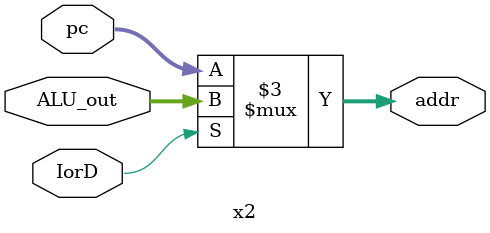
<source format=v>
module x2(
    input IorD ,
    input [31:0] pc ,
    input [31:0] ALU_out ,
    output reg [31:0] addr
);

    always @ (*) begin 
        if(IorD) begin 
            addr <= ALU_out ;
        end
        else begin 
            addr <= pc;
        end
    end

endmodule
</source>
